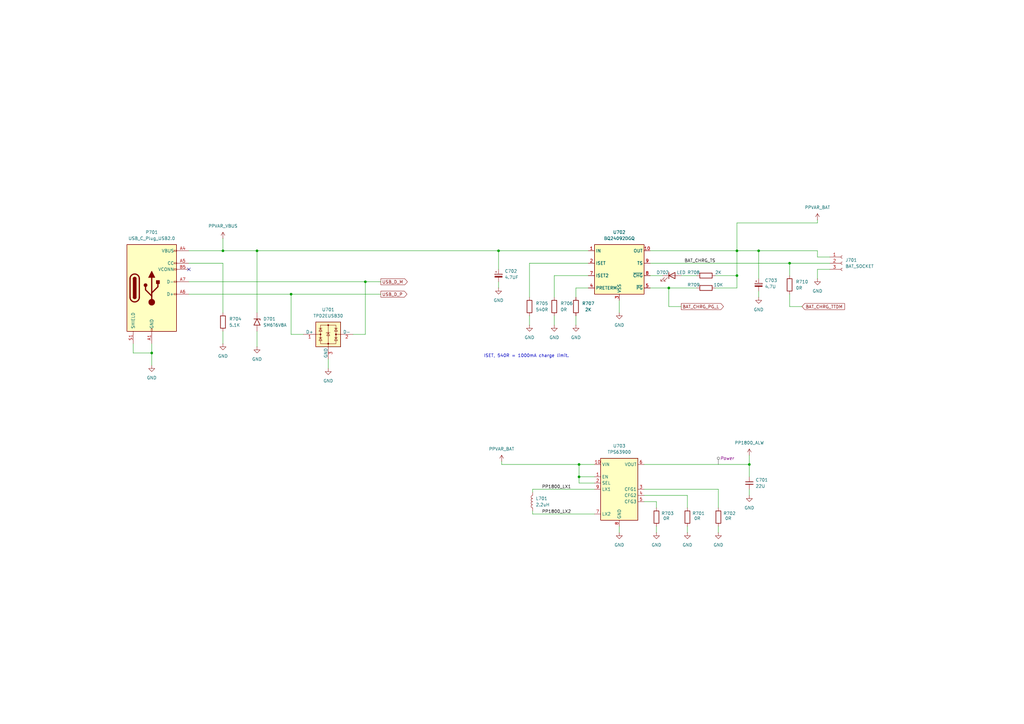
<source format=kicad_sch>
(kicad_sch (version 20231120) (generator "eeschema") (generator_version "8.0")
  (paper "A3")
  (title_block (title "LoRa Meshtastic Radio") (rev "Proto") (comment 1 "Brendan Bleker"))
  (lib_symbols
    (symbol "Battery_Management:BQ24090DGQ"
      (property "Reference" "U" (at -9.398 13.462 0))
      (property "Value" "BQ24090DGQ" (at -3.81 11.43 0))
      (symbol "BQ24090DGQ_0_1"
        (rectangle (start -10.16 10.16) (end 10.16 -10.16) (stroke (width 0.254)) (fill (type background)))
      )
      (symbol "BQ24090DGQ_1_1"
        (pin power_in line (at -12.7 7.62 0) (length 2.54) (name "IN") (number "1"))
        (pin power_out line (at 12.7 7.62 180) (length 2.54) (name "OUT") (number "10"))
        (pin passive line (at 0 -12.7 90) (length 2.54) hide (name "VSS") (number "11"))
        (pin passive line (at -12.7 2.54 0) (length 2.54) (name "ISET") (number "2"))
        (pin power_in line (at 0 -12.7 90) (length 2.54) (name "VSS") (number "3"))
        (pin passive line (at -12.7 -7.62 0) (length 2.54) (name "PRETERM") (number "4"))
        (pin open_collector line (at 12.7 -7.62 180) (length 2.54) (name "~{PG}") (number "5"))
        (pin no_connect line (at 5.08 -10.16 90) (length 2.54) hide (name "NC") (number "6"))
        (pin passive line (at -12.7 -2.54 0) (length 2.54) (name "ISET2") (number "7"))
        (pin open_collector line (at 12.7 -2.54 180) (length 2.54) (name "~{CHG}") (number "8"))
        (pin passive line (at 12.7 2.54 180) (length 2.54) (name "TS") (number "9"))
      )
    )
    (symbol "Connector:Conn_01x03_Socket" (pin_names (offset 1.016) hide)
      (property "Reference" "J" (at 0 5.08 0))
      (property "Value" "Conn_01x03_Socket" (at 0 -5.08 0))
      (symbol "Conn_01x03_Socket_1_1"
        (arc (start 0 -2.032) (mid -0.5058 -2.54) (end 0 -3.048) (stroke (width 0.1524)))
        (polyline (pts (xy -1.27 -2.54) (xy -0.508 -2.54)) (stroke (width 0.1524)))
        (polyline (pts (xy -1.27 0) (xy -0.508 0)) (stroke (width 0.1524)))
        (polyline (pts (xy -1.27 2.54) (xy -0.508 2.54)) (stroke (width 0.1524)))
        (arc (start 0 0.508) (mid -0.5058 0) (end 0 -0.508) (stroke (width 0.1524)))
        (arc (start 0 3.048) (mid -0.5058 2.54) (end 0 2.032) (stroke (width 0.1524)))
        (pin passive line (at -5.08 2.54 0) (length 3.81) (name "Pin_1") (number "1"))
        (pin passive line (at -5.08 0 0) (length 3.81) (name "Pin_2") (number "2"))
        (pin passive line (at -5.08 -2.54 0) (length 3.81) (name "Pin_3") (number "3"))
      )
    )
    (symbol "Connector:USB_C_Plug_USB2.0" (pin_names (offset 1.016))
      (property "Reference" "P" (at -10.16 19.05 0))
      (property "Value" "USB_C_Plug_USB2.0" (at 12.7 19.05 0))
      (symbol "USB_C_Plug_USB2.0_0_0"
        (rectangle (start -0.254 -17.78) (end 0.254 -16.764))
        (rectangle (start 10.16 -2.286) (end 9.144 -2.794))
        (rectangle (start 10.16 2.794) (end 9.144 2.286))
        (rectangle (start 10.16 7.874) (end 9.144 7.366))
        (rectangle (start 10.16 10.414) (end 9.144 9.906))
        (rectangle (start 10.16 15.494) (end 9.144 14.986))
      )
      (symbol "USB_C_Plug_USB2.0_0_1"
        (rectangle (start -10.16 17.78) (end 10.16 -17.78) (stroke (width 0.254)) (fill (type background)))
        (arc (start -8.89 -3.81) (mid -6.985 -5.7067) (end -5.08 -3.81) (stroke (width 0.508)))
        (arc (start -7.62 -3.81) (mid -6.985 -4.4423) (end -6.35 -3.81) (stroke (width 0.254)))
        (arc (start -7.62 -3.81) (mid -6.985 -4.4423) (end -6.35 -3.81) (stroke (width 0.254)) (fill (type outline)))
        (rectangle (start -7.62 -3.81) (end -6.35 3.81) (stroke (width 0.254)) (fill (type outline)))
        (arc (start -6.35 3.81) (mid -6.985 4.4423) (end -7.62 3.81) (stroke (width 0.254)))
        (arc (start -6.35 3.81) (mid -6.985 4.4423) (end -7.62 3.81) (stroke (width 0.254)) (fill (type outline)))
        (arc (start -5.08 3.81) (mid -6.985 5.7067) (end -8.89 3.81) (stroke (width 0.508)))
        (circle (center -2.54 1.143) (radius 0.635) (stroke (width 0.254)) (fill (type outline)))
        (circle (center 0 -5.842) (radius 1.27) (fill (type outline)))
        (polyline (pts (xy -8.89 -3.81) (xy -8.89 3.81)) (stroke (width 0.508)))
        (polyline (pts (xy -5.08 3.81) (xy -5.08 -3.81)) (stroke (width 0.508)))
        (polyline (pts (xy 0 -5.842) (xy 0 4.318)) (stroke (width 0.508)))
        (polyline (pts (xy 0 -3.302) (xy -2.54 -0.762) (xy -2.54 0.508)) (stroke (width 0.508)))
        (polyline (pts (xy 0 -2.032) (xy 2.54 0.508) (xy 2.54 1.778)) (stroke (width 0.508)))
        (polyline (pts (xy -1.27 4.318) (xy 0 6.858) (xy 1.27 4.318) (xy -1.27 4.318)) (stroke (width 0.254)) (fill (type outline)))
        (rectangle (start 1.905 1.778) (end 3.175 3.048) (stroke (width 0.254)) (fill (type outline)))
      )
      (symbol "USB_C_Plug_USB2.0_1_1"
        (pin passive line (at 0 -22.86 90) (length 5.08) (name "GND") (number "A1"))
        (pin passive line (at 0 -22.86 90) (length 5.08) hide (name "GND") (number "A12"))
        (pin passive line (at 15.24 15.24 180) (length 5.08) (name "VBUS") (number "A4"))
        (pin bidirectional line (at 15.24 10.16 180) (length 5.08) (name "CC") (number "A5"))
        (pin bidirectional line (at 15.24 -2.54 180) (length 5.08) (name "D+") (number "A6"))
        (pin bidirectional line (at 15.24 2.54 180) (length 5.08) (name "D-") (number "A7"))
        (pin passive line (at 15.24 15.24 180) (length 5.08) hide (name "VBUS") (number "A9"))
        (pin passive line (at 0 -22.86 90) (length 5.08) hide (name "GND") (number "B1"))
        (pin passive line (at 0 -22.86 90) (length 5.08) hide (name "GND") (number "B12"))
        (pin passive line (at 15.24 15.24 180) (length 5.08) hide (name "VBUS") (number "B4"))
        (pin bidirectional line (at 15.24 7.62 180) (length 5.08) (name "VCONN") (number "B5"))
        (pin passive line (at 15.24 15.24 180) (length 5.08) hide (name "VBUS") (number "B9"))
        (pin passive line (at -7.62 -22.86 90) (length 5.08) (name "SHIELD") (number "S1"))
      )
    )
    (symbol "Device:C_Polarized_Small" (pin_numbers hide) (pin_names (offset 0.254) hide)
      (property "Reference" "C" (at 0.254 1.778 0))
      (property "Value" "C_Polarized_Small" (at 0.254 -2.032 0))
      (symbol "C_Polarized_Small_0_1"
        (rectangle (start -1.524 -0.3048) (end 1.524 -0.6858) (fill (type outline)))
        (rectangle (start -1.524 0.6858) (end 1.524 0.3048))
        (polyline (pts (xy -1.27 1.524) (xy -0.762 1.524)))
        (polyline (pts (xy -1.016 1.27) (xy -1.016 1.778)))
      )
      (symbol "C_Polarized_Small_1_1"
        (pin passive line (at 0 2.54 270) (length 1.8542) (name "~") (number "1"))
        (pin passive line (at 0 -2.54 90) (length 1.8542) (name "~") (number "2"))
      )
    )
    (symbol "Device:C_Small" (pin_numbers hide) (pin_names (offset 0.254) hide)
      (property "Reference" "C" (at 0.254 1.778 0))
      (property "Value" "C_Small" (at 0.254 -2.032 0))
      (symbol "C_Small_0_1"
        (polyline (pts (xy -1.524 -0.508) (xy 1.524 -0.508)) (stroke (width 0.3302)))
        (polyline (pts (xy -1.524 0.508) (xy 1.524 0.508)) (stroke (width 0.3048)))
      )
      (symbol "C_Small_1_1"
        (pin passive line (at 0 2.54 270) (length 2.032) (name "~") (number "1"))
        (pin passive line (at 0 -2.54 90) (length 2.032) (name "~") (number "2"))
      )
    )
    (symbol "Device:L" (pin_numbers hide) (pin_names (offset 1.016) hide)
      (property "Reference" "L" (at -1.27 0 90))
      (property "Value" "L" (at 1.905 0 90))
      (symbol "L_0_1"
        (arc (start 0 -2.54) (mid 0.6323 -1.905) (end 0 -1.27))
        (arc (start 0 -1.27) (mid 0.6323 -0.635) (end 0 0))
        (arc (start 0 0) (mid 0.6323 0.635) (end 0 1.27))
        (arc (start 0 1.27) (mid 0.6323 1.905) (end 0 2.54))
      )
      (symbol "L_1_1"
        (pin passive line (at 0 3.81 270) (length 1.27) (name "1") (number "1"))
        (pin passive line (at 0 -3.81 90) (length 1.27) (name "2") (number "2"))
      )
    )
    (symbol "Device:LED" (pin_numbers hide) (pin_names (offset 1.016) hide)
      (property "Reference" "D" (at 0 2.54 0))
      (property "Value" "LED" (at 0 -2.54 0))
      (symbol "LED_0_1"
        (polyline (pts (xy -1.27 -1.27) (xy -1.27 1.27)) (stroke (width 0.254)))
        (polyline (pts (xy -1.27 0) (xy 1.27 0)))
        (polyline (pts (xy 1.27 -1.27) (xy 1.27 1.27) (xy -1.27 0) (xy 1.27 -1.27)) (stroke (width 0.254)))
        (polyline (pts (xy -3.048 -0.762) (xy -4.572 -2.286) (xy -3.81 -2.286) (xy -4.572 -2.286) (xy -4.572 -1.524)))
        (polyline (pts (xy -1.778 -0.762) (xy -3.302 -2.286) (xy -2.54 -2.286) (xy -3.302 -2.286) (xy -3.302 -1.524)))
      )
      (symbol "LED_1_1"
        (pin passive line (at -3.81 0 0) (length 2.54) (name "K") (number "1"))
        (pin passive line (at 3.81 0 180) (length 2.54) (name "A") (number "2"))
      )
    )
    (symbol "Device:R" (pin_numbers hide) (pin_names (offset 0))
      (property "Reference" "R" (at 2.032 0 90))
      (property "Value" "R" (at 0 0 90))
      (symbol "R_0_1"
        (rectangle (start -1.016 -2.54) (end 1.016 2.54) (stroke (width 0.254)))
      )
      (symbol "R_1_1"
        (pin passive line (at 0 3.81 270) (length 1.27) (name "~") (number "1"))
        (pin passive line (at 0 -3.81 90) (length 1.27) (name "~") (number "2"))
      )
    )
    (symbol "Diode:SM6T6V8A" (pin_numbers hide) (pin_names (offset 1.016) hide)
      (property "Reference" "D" (at 0 2.54 0))
      (property "Value" "SM6T6V8A" (at 0 -2.54 0))
      (symbol "SM6T6V8A_0_1"
        (polyline (pts (xy -0.762 1.27) (xy -1.27 1.27) (xy -1.27 -1.27)) (stroke (width 0.254)))
        (polyline (pts (xy 1.27 1.27) (xy 1.27 -1.27) (xy -1.27 0) (xy 1.27 1.27)) (stroke (width 0.254)))
      )
      (symbol "SM6T6V8A_1_1"
        (pin passive line (at -3.81 0 0) (length 2.54) (name "A1") (number "1"))
        (pin passive line (at 3.81 0 180) (length 2.54) (name "A2") (number "2"))
      )
    )
    (symbol "Power_Protection:TPD2EUSB30" (pin_names (offset 0))
      (property "Reference" "U" (at 0 6.35 0))
      (property "Value" "TPD2EUSB30" (at 7.62 -7.62 0))
      (symbol "TPD2EUSB30_0_1"
        (rectangle (start -5.08 5.08) (end 5.08 -5.08) (stroke (width 0.254)) (fill (type background)))
        (circle (center -3.175 0) (radius 0.2794) (fill (type outline)))
        (rectangle (start -3.175 3.81) (end 3.175 -3.81))
        (circle (center 0 -3.81) (radius 0.2794) (fill (type outline)))
        (polyline (pts (xy -5.08 0) (xy -3.175 0)))
        (polyline (pts (xy -3.81 -1.27) (xy -2.54 -1.27)))
        (polyline (pts (xy -3.81 2.54) (xy -2.54 2.54)))
        (polyline (pts (xy 0 3.81) (xy 0 -5.08)))
        (polyline (pts (xy 2.54 -1.27) (xy 3.81 -1.27)))
        (polyline (pts (xy 2.54 2.54) (xy 3.81 2.54)))
        (polyline (pts (xy 5.08 0) (xy 3.175 0)))
        (polyline (pts (xy 0.762 0.762) (xy -0.762 0.762) (xy -0.762 0.508)))
        (polyline (pts (xy -2.54 -2.54) (xy -3.81 -2.54) (xy -3.175 -1.27) (xy -2.54 -2.54)))
        (polyline (pts (xy -2.54 1.27) (xy -3.81 1.27) (xy -3.175 2.54) (xy -2.54 1.27)))
        (polyline (pts (xy 0.635 -0.508) (xy -0.635 -0.508) (xy 0 0.762) (xy 0.635 -0.508)))
        (polyline (pts (xy 3.81 -2.54) (xy 2.54 -2.54) (xy 3.175 -1.27) (xy 3.81 -2.54)))
        (polyline (pts (xy 3.81 1.27) (xy 2.54 1.27) (xy 3.175 2.54) (xy 3.81 1.27)))
        (circle (center 0 3.81) (radius 0.2794) (fill (type outline)))
        (circle (center 3.175 0) (radius 0.2794) (fill (type outline)))
      )
      (symbol "TPD2EUSB30_1_1"
        (pin passive line (at -10.16 0 0) (length 5.08) (name "D+") (number "1"))
        (pin passive line (at 10.16 0 180) (length 5.08) (name "D-") (number "2"))
        (pin passive line (at 0 -10.16 90) (length 5.08) (name "GND") (number "3"))
      )
    )
    (symbol "Regulator_Switching:TPS63900"
      (property "Reference" "U" (at -7.62 13.97 0))
      (property "Value" "TPS63900" (at 5.08 13.97 0))
      (symbol "TPS63900_0_1"
        (rectangle (start -7.62 12.7) (end 7.62 -12.7) (stroke (width 0.254)) (fill (type background)))
      )
      (symbol "TPS63900_1_1"
        (pin input line (at -10.16 5.08 0) (length 2.54) (name "EN") (number "1"))
        (pin power_in line (at -10.16 10.16 0) (length 2.54) (name "VIN") (number "10"))
        (pin passive line (at 0 -15.24 90) (length 2.54) hide (name "GND") (number "11"))
        (pin input line (at -10.16 2.54 0) (length 2.54) (name "SEL") (number "2"))
        (pin input line (at 10.16 0 180) (length 2.54) (name "CFG1") (number "3"))
        (pin input line (at 10.16 -2.54 180) (length 2.54) (name "CFG2") (number "4"))
        (pin input line (at 10.16 -5.08 180) (length 2.54) (name "CFG3") (number "5"))
        (pin power_out line (at 10.16 10.16 180) (length 2.54) (name "VOUT") (number "6"))
        (pin input line (at -10.16 -10.16 0) (length 2.54) (name "LX2") (number "7"))
        (pin power_in line (at 0 -15.24 90) (length 2.54) (name "GND") (number "8"))
        (pin input line (at -10.16 0 0) (length 2.54) (name "LX1") (number "9"))
      )
    )
    (symbol "power:GND" (power) (pin_numbers hide) (pin_names (offset 0) hide)
      (property "Value" "GND" (at 0 -3.81 0))
      (symbol "GND_0_1"
        (polyline (pts (xy 0 0) (xy 0 -1.27) (xy 1.27 -1.27) (xy 0 -2.54) (xy -1.27 -1.27) (xy 0 -1.27)))
      )
      (symbol "GND_1_1"
        (pin power_in line (at 0 0 270) (length 0) (name "~") (number "1"))
      )
    )
    (symbol "power:VBUS" (power) (pin_numbers hide) (pin_names (offset 0) hide)
      (property "Value" "VBUS" (at 0 3.556 0))
      (symbol "VBUS_0_1"
        (polyline (pts (xy -0.762 1.27) (xy 0 2.54)))
        (polyline (pts (xy 0 0) (xy 0 2.54)))
        (polyline (pts (xy 0 2.54) (xy 0.762 1.27)))
      )
      (symbol "VBUS_1_1"
        (pin power_in line (at 0 0 90) (length 0) (name "~") (number "1"))
      )
    )
    (symbol "power:VCC" (power) (pin_numbers hide) (pin_names (offset 0) hide)
      (property "Value" "VCC" (at 0 3.556 0))
      (symbol "VCC_0_1"
        (polyline (pts (xy -0.762 1.27) (xy 0 2.54)))
        (polyline (pts (xy 0 0) (xy 0 2.54)))
        (polyline (pts (xy 0 2.54) (xy 0.762 1.27)))
      )
      (symbol "VCC_1_1"
        (pin power_in line (at 0 0 90) (length 0) (name "~") (number "1"))
      )
    )
  )
  (junction (at 274.32 118.11))
  (junction (at 149.86 115.57))
  (junction (at 302.26 102.87))
  (junction (at 62.23 144.78))
  (junction (at 311.15 102.87))
  (junction (at 105.41 102.87))
  (junction (at 237.49 190.5))
  (junction (at 323.85 107.95))
  (junction (at 119.38 120.65))
  (junction (at 204.47 102.87))
  (junction (at 91.44 102.87))
  (junction (at 237.49 195.58))
  (junction (at 307.34 190.5))
  (junction (at 302.26 113.03))
  (no_connect (at 77.47 110.49))
  (wire (pts (xy 311.15 119.38) (xy 311.15 121.92)))
  (wire (pts (xy 237.49 190.5) (xy 243.84 190.5)))
  (wire (pts (xy 217.17 107.95) (xy 217.17 121.92)))
  (wire (pts (xy 254 123.19) (xy 254 128.27)))
  (wire (pts (xy 91.44 107.95) (xy 91.44 128.27)))
  (wire (pts (xy 218.44 200.66) (xy 218.44 201.93)))
  (wire (pts (xy 218.44 210.82) (xy 243.84 210.82)))
  (wire (pts (xy 293.37 113.03) (xy 302.26 113.03)))
  (wire (pts (xy 91.44 102.87) (xy 105.41 102.87)))
  (wire (pts (xy 266.7 102.87) (xy 302.26 102.87)))
  (wire (pts (xy 105.41 135.89) (xy 105.41 142.24)))
  (wire (pts (xy 264.16 205.74) (xy 269.24 205.74)))
  (wire (pts (xy 124.46 137.16) (xy 119.38 137.16)))
  (wire (pts (xy 227.33 113.03) (xy 227.33 121.92)))
  (wire (pts (xy 218.44 209.55) (xy 218.44 210.82)))
  (wire (pts (xy 105.41 128.27) (xy 105.41 102.87)))
  (wire (pts (xy 323.85 107.95) (xy 323.85 113.03)))
  (wire (pts (xy 294.64 215.9) (xy 294.64 218.44)))
  (wire (pts (xy 323.85 125.73) (xy 328.93 125.73)))
  (wire (pts (xy 266.7 107.95) (xy 323.85 107.95)))
  (wire (pts (xy 281.94 215.9) (xy 281.94 218.44)))
  (wire (pts (xy 62.23 144.78) (xy 62.23 149.86)))
  (wire (pts (xy 335.28 110.49) (xy 335.28 114.3)))
  (wire (pts (xy 236.22 118.11) (xy 236.22 121.92)))
  (wire (pts (xy 217.17 129.54) (xy 217.17 133.35)))
  (wire (pts (xy 311.15 102.87) (xy 311.15 114.3)))
  (wire (pts (xy 269.24 215.9) (xy 269.24 218.44)))
  (wire (pts (xy 335.28 105.41) (xy 335.28 102.87)))
  (wire (pts (xy 274.32 125.73) (xy 279.4 125.73)))
  (wire (pts (xy 266.7 118.11) (xy 274.32 118.11)))
  (wire (pts (xy 311.15 102.87) (xy 335.28 102.87)))
  (wire (pts (xy 54.61 140.97) (xy 54.61 144.78)))
  (wire (pts (xy 134.62 147.32) (xy 134.62 151.13)))
  (wire (pts (xy 54.61 144.78) (xy 62.23 144.78)))
  (wire (pts (xy 204.47 102.87) (xy 204.47 110.49)))
  (wire (pts (xy 77.47 107.95) (xy 91.44 107.95)))
  (wire (pts (xy 274.32 118.11) (xy 274.32 125.73)))
  (wire (pts (xy 294.64 200.66) (xy 294.64 208.28)))
  (wire (pts (xy 274.32 118.11) (xy 285.75 118.11)))
  (wire (pts (xy 119.38 137.16) (xy 119.38 120.65)))
  (wire (pts (xy 105.41 102.87) (xy 204.47 102.87)))
  (wire (pts (xy 307.34 200.66) (xy 307.34 203.2)))
  (wire (pts (xy 119.38 120.65) (xy 156.21 120.65)))
  (wire (pts (xy 264.16 203.2) (xy 281.94 203.2)))
  (wire (pts (xy 241.3 118.11) (xy 236.22 118.11)))
  (wire (pts (xy 307.34 190.5) (xy 307.34 195.58)))
  (wire (pts (xy 91.44 97.79) (xy 91.44 102.87)))
  (wire (pts (xy 237.49 198.12) (xy 237.49 195.58)))
  (wire (pts (xy 279.4 113.03) (xy 285.75 113.03)))
  (wire (pts (xy 269.24 208.28) (xy 269.24 205.74)))
  (wire (pts (xy 77.47 120.65) (xy 119.38 120.65)))
  (wire (pts (xy 236.22 129.54) (xy 236.22 133.35)))
  (wire (pts (xy 77.47 115.57) (xy 149.86 115.57)))
  (wire (pts (xy 149.86 137.16) (xy 149.86 115.57)))
  (wire (pts (xy 264.16 190.5) (xy 307.34 190.5)))
  (wire (pts (xy 254 215.9) (xy 254 218.44)))
  (wire (pts (xy 293.37 118.11) (xy 302.26 118.11)))
  (wire (pts (xy 227.33 129.54) (xy 227.33 133.35)))
  (wire (pts (xy 302.26 102.87) (xy 311.15 102.87)))
  (wire (pts (xy 91.44 135.89) (xy 91.44 140.97)))
  (wire (pts (xy 335.28 90.17) (xy 335.28 91.44)))
  (wire (pts (xy 237.49 195.58) (xy 243.84 195.58)))
  (wire (pts (xy 281.94 203.2) (xy 281.94 208.28)))
  (wire (pts (xy 294.64 200.66) (xy 264.16 200.66)))
  (wire (pts (xy 302.26 91.44) (xy 335.28 91.44)))
  (wire (pts (xy 62.23 144.78) (xy 62.23 140.97)))
  (wire (pts (xy 266.7 113.03) (xy 271.78 113.03)))
  (wire (pts (xy 204.47 102.87) (xy 241.3 102.87)))
  (wire (pts (xy 204.47 115.57) (xy 204.47 118.11)))
  (wire (pts (xy 237.49 190.5) (xy 205.74 190.5)))
  (wire (pts (xy 205.74 189.23) (xy 205.74 190.5)))
  (wire (pts (xy 237.49 195.58) (xy 237.49 190.5)))
  (wire (pts (xy 241.3 107.95) (xy 217.17 107.95)))
  (wire (pts (xy 340.36 110.49) (xy 335.28 110.49)))
  (wire (pts (xy 302.26 91.44) (xy 302.26 102.87)))
  (wire (pts (xy 335.28 105.41) (xy 340.36 105.41)))
  (wire (pts (xy 243.84 198.12) (xy 237.49 198.12)))
  (wire (pts (xy 302.26 102.87) (xy 302.26 113.03)))
  (wire (pts (xy 307.34 186.69) (xy 307.34 190.5)))
  (wire (pts (xy 149.86 115.57) (xy 156.21 115.57)))
  (wire (pts (xy 218.44 200.66) (xy 243.84 200.66)))
  (wire (pts (xy 77.47 102.87) (xy 91.44 102.87)))
  (wire (pts (xy 323.85 120.65) (xy 323.85 125.73)))
  (wire (pts (xy 323.85 107.95) (xy 340.36 107.95)))
  (wire (pts (xy 144.78 137.16) (xy 149.86 137.16)))
  (wire (pts (xy 227.33 113.03) (xy 241.3 113.03)))
  (wire (pts (xy 302.26 118.11) (xy 302.26 113.03)))
  (text "ISET, 540R = 1000mA charge limit." (at 215.9 146.05 0) (effects (font (size 1.27 1.27))))
  (label "BAT_CHRG_TS" (at 280.67 107.95 0))
  (label "PP1800_LX1" (at 222.25 200.66 0))
  (label "PP1800_LX2" (at 222.25 210.82 0))
  (global_label "USB_D_P" (shape output) (at 156.21 120.65 0) (property "Intersheetrefs" "${INTERSHEET_REFS}" (effects (hide yes))))
  (global_label "USB_D_M" (shape output) (at 156.21 115.57 0) (property "Intersheetrefs" "${INTERSHEET_REFS}" (effects (hide yes))))
  (global_label "BAT_CHRG_PG_L" (shape output) (at 279.4 125.73 0) (property "Intersheetrefs" "${INTERSHEET_REFS}" (effects (hide yes))))
  (global_label "BAT_CHRG_TTDM" (shape input) (at 328.93 125.73 0) (property "Intersheetrefs" "${INTERSHEET_REFS}" (effects (hide yes))))
  (netclass_flag "" (length 2.54) (shape round) (at 294.64 190.5 0) (property "Netclass" "Power" (at 295.3385 187.96 0) (effects (font (italic yes)) (justify left))))
  (symbol (lib_id "Regulator_Switching:TPS63900") (at 254 200.66 0) (unit 1)
    (property "Reference" "U703" (at 254 182.88 0))
    (property "Value" "TPS63900" (at 254 185.42 0))
    (property "Footprint" "Package_SON:WSON-10-1EP_2.5x2.5mm_P0.5mm_EP1.2x2mm_ThermalVias" (effects (hide yes)))
    (property "Datasheet" "https://www.ti.com/lit/ds/symlink/tps63900.pdf" (effects (hide yes)))
    (property "Description" "Buck-Boost Converter, 1.8-5.5V Input Voltage, 0.4A Switch Current, Adjustable 1.8-5V Output Voltage, WSON-10" (effects (hide yes)))
  )
  (symbol (lib_id "power:GND") (at 236.22 133.35 0) (unit 1)
    (property "Reference" "#PWR0716" (effects (hide yes)))
    (property "Value" "GND" (at 236.22 138.43 0))
    (property "Description" "Power symbol creates a global label with name \"GND\" , ground" (effects (hide yes)))
  )
  (symbol (lib_id "Device:L") (at 218.44 205.74 180) (unit 1)
    (property "Reference" "L701" (at 219.71 204.4699 0) (effects (justify right)))
    (property "Value" "2.2uH" (at 219.71 207.0099 0) (effects (justify right)))
    (property "Description" "Inductor" (effects (hide yes)))
  )
  (symbol (lib_id "Device:R") (at 281.94 212.09 180) (unit 1)
    (property "Reference" "R701" (at 286.512 210.566 0))
    (property "Value" "0R" (at 286.004 212.598 0))
    (property "Description" "Resistor" (effects (hide yes)))
  )
  (symbol (lib_id "Device:R") (at 269.24 212.09 180) (unit 1)
    (property "Reference" "R703" (at 273.812 210.566 0))
    (property "Value" "0R" (at 273.304 212.598 0))
    (property "Description" "Resistor" (effects (hide yes)))
  )
  (symbol (lib_id "power:GND") (at 269.24 218.44 0) (unit 1)
    (property "Reference" "#PWR0705" (effects (hide yes)))
    (property "Value" "GND" (at 269.24 223.52 0))
    (property "Description" "Power symbol creates a global label with name \"GND\" , ground" (effects (hide yes)))
  )
  (symbol (lib_id "power:GND") (at 105.41 142.24 0) (unit 1)
    (property "Reference" "#PWR0711" (effects (hide yes)))
    (property "Value" "GND" (at 105.41 147.32 0))
    (property "Description" "Power symbol creates a global label with name \"GND\" , ground" (effects (hide yes)))
  )
  (symbol (lib_id "power:GND") (at 311.15 121.92 0) (unit 1)
    (property "Reference" "#PWR0718" (effects (hide yes)))
    (property "Value" "GND" (at 311.15 127 0))
    (property "Description" "Power symbol creates a global label with name \"GND\" , ground" (effects (hide yes)))
  )
  (symbol (lib_id "Device:R") (at 323.85 116.84 180) (unit 1)
    (property "Reference" "R710" (at 326.39 115.5699 0) (effects (justify right)))
    (property "Value" "0R" (at 326.39 118.1099 0) (effects (justify right)))
    (property "Description" "Resistor" (effects (hide yes)))
  )
  (symbol (lib_id "Device:C_Polarized_Small") (at 311.15 116.84 0) (unit 1)
    (property "Reference" "C703" (at 313.69 115.0238 0) (effects (justify left)))
    (property "Value" "4.7U" (at 313.69 117.5638 0) (effects (justify left)))
    (property "Description" "Polarized capacitor, small symbol" (effects (hide yes)))
  )
  (symbol (lib_id "Power_Protection:TPD2EUSB30") (at 134.62 137.16 0) (unit 1)
    (property "Reference" "U701" (at 134.62 127 0))
    (property "Value" "TPD2EUSB30" (at 134.62 129.54 0))
    (property "Footprint" "Package_TO_SOT_SMD:Texas_DRT-3" (effects (hide yes)))
    (property "Datasheet" "http://www.ti.com/lit/ds/symlink/tpd2eusb30a.pdf" (effects (hide yes)))
    (property "Description" "2-Channel ESD Protection for Super-Speed USB 3.0 Interface, DRT-3" (effects (hide yes)))
  )
  (symbol (lib_id "power:GND") (at 294.64 218.44 0) (unit 1)
    (property "Reference" "#PWR0707" (effects (hide yes)))
    (property "Value" "GND" (at 294.64 223.52 0))
    (property "Description" "Power symbol creates a global label with name \"GND\" , ground" (effects (hide yes)))
  )
  (symbol (lib_id "Device:R") (at 294.64 212.09 180) (unit 1)
    (property "Reference" "R702" (at 299.212 210.566 0))
    (property "Value" "0R" (at 298.704 212.598 0))
    (property "Description" "Resistor" (effects (hide yes)))
  )
  (symbol (lib_id "Diode:SM6T6V8A") (at 105.41 132.08 270) (unit 1)
    (property "Reference" "D701" (at 107.95 130.8099 90) (effects (justify left)))
    (property "Value" "SM6T6V8A" (at 107.95 133.3499 90) (effects (justify left)))
    (property "Footprint" "Diode_SMD:D_SMB" (effects (hide yes)))
    (property "Datasheet" "https://www.st.com/resource/en/datasheet/sm6t.pdf" (effects (hide yes)))
    (property "Description" "600W unidirectional Transil Transient Voltage Suppressor, 6.8Vrwm, DO-214AA" (effects (hide yes)))
  )
  (symbol (lib_id "Device:R") (at 227.33 125.73 180) (unit 1)
    (property "Reference" "R706" (at 229.87 124.4599 0) (effects (justify right)))
    (property "Value" "0R" (at 229.87 126.9999 0) (effects (justify right)))
    (property "Description" "Resistor" (effects (hide yes)))
  )
  (symbol (lib_id "power:VCC") (at 307.34 186.69 0) (unit 1)
    (property "Reference" "#PWR0701" (effects (hide yes)))
    (property "Value" "PP1800_ALW" (at 307.34 181.61 0))
    (property "Description" "Power symbol creates a global label with name \"VCC\"" (effects (hide yes)))
  )
  (symbol (lib_id "power:GND") (at 254 128.27 0) (unit 1)
    (property "Reference" "#PWR0717" (effects (hide yes)))
    (property "Value" "GND" (at 254 133.35 0))
    (property "Description" "Power symbol creates a global label with name \"GND\" , ground" (effects (hide yes)))
  )
  (symbol (lib_id "power:GND") (at 62.23 149.86 0) (unit 1)
    (property "Reference" "#PWR0708" (effects (hide yes)))
    (property "Value" "GND" (at 62.23 154.94 0))
    (property "Description" "Power symbol creates a global label with name \"GND\" , ground" (effects (hide yes)))
  )
  (symbol (lib_id "power:GND") (at 134.62 151.13 0) (unit 1)
    (property "Reference" "#PWR0712" (effects (hide yes)))
    (property "Value" "GND" (at 134.62 156.21 0))
    (property "Description" "Power symbol creates a global label with name \"GND\" , ground" (effects (hide yes)))
  )
  (symbol (lib_id "Device:R") (at 289.56 118.11 270) (unit 1)
    (property "Reference" "R709" (at 284.48 116.84 90))
    (property "Value" "10K" (at 294.64 116.84 90))
    (property "Description" "Resistor" (effects (hide yes)))
  )
  (symbol (lib_id "Battery_Management:BQ24090DGQ") (at 254 110.49 0) (unit 1)
    (property "Reference" "U702" (at 254 95.25 0))
    (property "Value" "BQ24092DGQ" (at 254 97.79 0))
    (property "Footprint" "Package_SO:HVSSOP-10-1EP_3x3mm_P0.5mm_EP1.57x1.88mm_ThermalVias" (effects (hide yes)))
    (property "Datasheet" "http://www.ti.com/lit/ds/symlink/bq24090.pdf" (effects (hide yes)))
    (property "Description" "1A, Single-Input, SingleCell Li-Ion and Li-Pol BatteryCharger, HVSSOP-10" (effects (hide yes)))
  )
  (symbol (lib_id "power:GND") (at 227.33 133.35 0) (unit 1)
    (property "Reference" "#PWR0715" (effects (hide yes)))
    (property "Value" "GND" (at 227.33 138.43 0))
    (property "Description" "Power symbol creates a global label with name \"GND\" , ground" (effects (hide yes)))
  )
  (symbol (lib_id "Device:LED") (at 275.59 113.03 0) (unit 1)
    (property "Reference" "D702" (at 271.78 111.76 0))
    (property "Value" "LED" (at 279.4 111.76 0))
    (property "Description" "Light emitting diode" (effects (hide yes)))
  )
  (symbol (lib_id "Device:R") (at 236.22 125.73 0) (unit 1)
    (property "Reference" "R707" (at 241.3 124.46 0))
    (property "Value" "2K" (at 241.3 127 0))
    (property "Description" "Resistor" (effects (hide yes)))
  )
  (symbol (lib_id "power:GND") (at 217.17 133.35 0) (unit 1)
    (property "Reference" "#PWR0714" (effects (hide yes)))
    (property "Value" "GND" (at 217.17 138.43 0))
    (property "Description" "Power symbol creates a global label with name \"GND\" , ground" (effects (hide yes)))
  )
  (symbol (lib_id "Connector:Conn_01x03_Socket") (at 345.44 107.95 0) (unit 1)
    (property "Reference" "J701" (at 346.71 106.6799 0) (effects (justify left)))
    (property "Value" "BAT_SOCKET" (at 346.71 109.2199 0) (effects (justify left)))
    (property "Description" "Generic connector, single row, 01x03, script generated" (effects (hide yes)))
  )
  (symbol (lib_id "Device:R") (at 217.17 125.73 180) (unit 1)
    (property "Reference" "R705" (at 219.71 124.4599 0) (effects (justify right)))
    (property "Value" "540R" (at 219.71 126.9999 0) (effects (justify right)))
    (property "Description" "Resistor" (effects (hide yes)))
  )
  (symbol (lib_id "power:GND") (at 204.47 118.11 0) (unit 1)
    (property "Reference" "#PWR0713" (effects (hide yes)))
    (property "Value" "GND" (at 204.47 123.19 0))
    (property "Description" "Power symbol creates a global label with name \"GND\" , ground" (effects (hide yes)))
  )
  (symbol (lib_id "Device:R") (at 91.44 132.08 180) (unit 1)
    (property "Reference" "R704" (at 93.98 130.8099 0) (effects (justify right)))
    (property "Value" "5.1K" (at 93.98 133.3499 0) (effects (justify right)))
    (property "Description" "Resistor" (effects (hide yes)))
  )
  (symbol (lib_id "power:GND") (at 91.44 140.97 0) (unit 1)
    (property "Reference" "#PWR0710" (effects (hide yes)))
    (property "Value" "GND" (at 91.44 146.05 0))
    (property "Description" "Power symbol creates a global label with name \"GND\" , ground" (effects (hide yes)))
  )
  (symbol (lib_id "power:VCC") (at 205.74 189.23 0) (unit 1)
    (property "Reference" "#PWR0703" (effects (hide yes)))
    (property "Value" "PPVAR_BAT" (at 205.74 184.15 0))
    (property "Description" "Power symbol creates a global label with name \"VCC\"" (effects (hide yes)))
  )
  (symbol (lib_id "power:GND") (at 307.34 203.2 0) (unit 1)
    (property "Reference" "#PWR0702" (effects (hide yes)))
    (property "Value" "GND" (at 307.34 208.28 0))
    (property "Description" "Power symbol creates a global label with name \"GND\" , ground" (effects (hide yes)))
  )
  (symbol (lib_id "Device:R") (at 289.56 113.03 270) (unit 1)
    (property "Reference" "R708" (at 284.48 111.76 90))
    (property "Value" "2K" (at 294.64 111.76 90))
    (property "Description" "Resistor" (effects (hide yes)))
  )
  (symbol (lib_id "Device:C_Small") (at 307.34 198.12 0) (unit 1)
    (property "Reference" "C701" (at 309.88 196.8562 0) (effects (justify left)))
    (property "Value" "22U" (at 309.88 199.3962 0) (effects (justify left)))
    (property "Description" "Unpolarized capacitor, small symbol" (effects (hide yes)))
  )
  (symbol (lib_id "Connector:USB_C_Plug_USB2.0") (at 62.23 118.11 0) (unit 1)
    (property "Reference" "P701" (at 62.23 95.25 0))
    (property "Value" "USB_C_Plug_USB2.0" (at 62.23 97.79 0))
    (property "Datasheet" "https://www.usb.org/sites/default/files/documents/usb_type-c.zip" (effects (hide yes)))
    (property "Description" "USB 2.0-only Type-C Plug connector" (effects (hide yes)))
  )
  (symbol (lib_id "power:VCC") (at 335.28 90.17 0) (unit 1)
    (property "Reference" "#PWR0719" (effects (hide yes)))
    (property "Value" "PPVAR_BAT" (at 335.28 85.09 0))
    (property "Description" "Power symbol creates a global label with name \"VCC\"" (effects (hide yes)))
  )
  (symbol (lib_id "power:GND") (at 254 218.44 0) (unit 1)
    (property "Reference" "#PWR0704" (effects (hide yes)))
    (property "Value" "GND" (at 254 223.52 0))
    (property "Description" "Power symbol creates a global label with name \"GND\" , ground" (effects (hide yes)))
  )
  (symbol (lib_id "power:GND") (at 281.94 218.44 0) (unit 1)
    (property "Reference" "#PWR0706" (effects (hide yes)))
    (property "Value" "GND" (at 281.94 223.52 0))
    (property "Description" "Power symbol creates a global label with name \"GND\" , ground" (effects (hide yes)))
  )
  (symbol (lib_id "Device:C_Polarized_Small") (at 204.47 113.03 0) (unit 1)
    (property "Reference" "C702" (at 207.01 111.2138 0) (effects (justify left)))
    (property "Value" "4.7UF" (at 207.01 113.7538 0) (effects (justify left)))
    (property "Description" "Polarized capacitor, small symbol" (effects (hide yes)))
  )
  (symbol (lib_id "power:GND") (at 335.28 114.3 0) (unit 1)
    (property "Reference" "#PWR0720" (effects (hide yes)))
    (property "Value" "GND" (at 335.28 119.38 0))
    (property "Description" "Power symbol creates a global label with name \"GND\" , ground" (effects (hide yes)))
  )
  (symbol (lib_id "power:VBUS") (at 91.44 97.79 0) (unit 1)
    (property "Reference" "#PWR0709" (effects (hide yes)))
    (property "Value" "PPVAR_VBUS" (at 91.44 92.71 0))
    (property "Description" "Power symbol creates a global label with name \"VBUS\"" (effects (hide yes)))
  )
)
</source>
